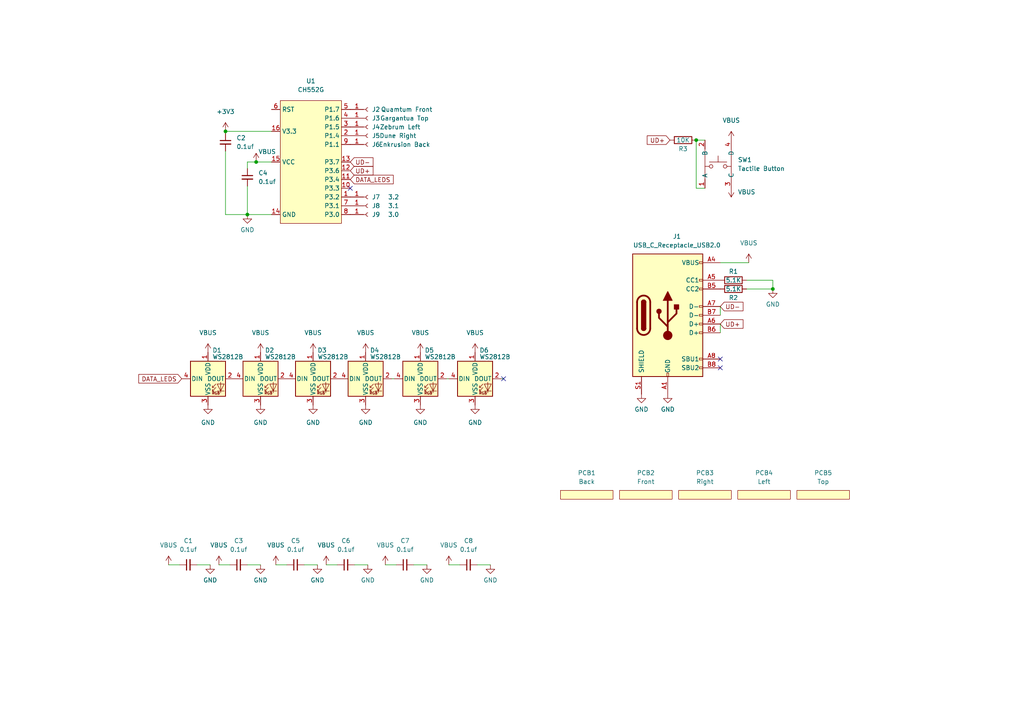
<source format=kicad_sch>
(kicad_sch (version 20210621) (generator eeschema)
  (paper "A4")
  (title_block (title "CubeTouch Schematic") (rev "2.0.0") (company "Noteolvides"))
  (lib_symbols
    (symbol "CH552G:CH552G"
      (property "Reference" "U1" (at 0 23.495 0))
      (property "Value" "CH552G" (at 0 20.955 0))
      (symbol "CH552G_0_0"
        (pin unspecified line (at 11.43 -10.16 180) (length 2.54) (name "P3.2") (number "1"))
        (pin unspecified line (at 11.43 -7.62 180) (length 2.54) (name "P3.3") (number "10"))
        (pin unspecified line (at 11.43 -5.08 180) (length 2.54) (name "P3.4") (number "11"))
        (pin unspecified line (at 11.43 -2.54 180) (length 2.54) (name "P3.6") (number "12"))
        (pin unspecified line (at 11.43 0 180) (length 2.54) (name "P3.7") (number "13"))
        (pin unspecified line (at -11.43 -15.24 0) (length 2.54) (name "GND") (number "14"))
        (pin unspecified line (at -11.43 0 0) (length 2.54) (name "VCC") (number "15"))
        (pin unspecified line (at -11.43 8.89 0) (length 2.54) (name "V3.3") (number "16"))
        (pin unspecified line (at 11.43 7.62 180) (length 2.54) (name "P1.4") (number "2"))
        (pin unspecified line (at 11.43 10.16 180) (length 2.54) (name "P1.5") (number "3"))
        (pin unspecified line (at 11.43 12.7 180) (length 2.54) (name "P1.6") (number "4"))
        (pin unspecified line (at 11.43 15.24 180) (length 2.54) (name "P1.7") (number "5"))
        (pin unspecified line (at -11.43 15.24 0) (length 2.54) (name "RST") (number "6"))
        (pin unspecified line (at 11.43 -12.7 180) (length 2.54) (name "P3.1") (number "7"))
        (pin unspecified line (at 11.43 -15.24 180) (length 2.54) (name "P3.0") (number "8"))
        (pin unspecified line (at 11.43 5.08 180) (length 2.54) (name "P1.1") (number "9"))
      )
      (symbol "CH552G_0_1"
        (rectangle (start -8.89 17.78) (end 8.89 -17.78) (stroke (width 0.1524)) (fill (type background)))
      )
    )
    (symbol "CH552G:Tactile Button"
      (property "Reference" "SW?" (at -0.635 3.81 0))
      (property "Value" "Tactile Button" (at -0.635 1.27 0))
      (symbol "Tactile Button_0_1"
        (circle (center 0 -7.112) (radius 0.508))
        (circle (center 0 -3.048) (radius 0.508))
        (polyline (pts (xy -5.08 -1.27) (xy 3.81 -1.27)) (stroke (width 0.1524)))
        (polyline (pts (xy -1.27 -5.08) (xy -3.048 -5.08)))
        (polyline (pts (xy -1.27 -2.54) (xy -1.27 -7.62)))
        (polyline (pts (xy 0 -7.62) (xy 0 -8.89)) (stroke (width 0.1524)))
        (polyline (pts (xy 0 -2.54) (xy 0 -1.27)) (stroke (width 0.1524)))
        (polyline (pts (xy 3.81 -8.89) (xy -5.08 -8.89)) (stroke (width 0.1524)))
        (pin passive line (at 6.35 -8.89 180) (length 2.54) (name "A") (number "1"))
        (pin passive line (at -7.62 -8.89 0) (length 2.54) (name "B") (number "2"))
        (pin passive line (at 6.35 -1.27 180) (length 2.54) (name "C") (number "3"))
        (pin passive line (at -7.62 -1.27 0) (length 2.54) (name "D") (number "4"))
      )
    )
    (symbol "Componets:Back"
      (property "Reference" "PCB" (at 0 2.54 0))
      (property "Value" "Back" (at 0 5.08 0))
      (symbol "Back_0_1"
        (rectangle (start -7.62 1.27) (end 7.62 -1.27) (stroke (width 0.1524)) (fill (type background)))
      )
    )
    (symbol "Componets:Front"
      (property "Reference" "PCB" (at 0 2.54 0))
      (property "Value" "Front" (at 0 5.08 0))
      (symbol "Front_0_1"
        (rectangle (start -7.62 1.27) (end 7.62 -1.27) (stroke (width 0.1524)) (fill (type background)))
      )
    )
    (symbol "Componets:Left"
      (property "Reference" "PCB" (at 0 2.54 0))
      (property "Value" "Left" (at 0 5.08 0))
      (symbol "Left_0_1"
        (rectangle (start -7.62 1.27) (end 7.62 -1.27) (stroke (width 0.1524)) (fill (type background)))
      )
    )
    (symbol "Componets:Right"
      (property "Reference" "PCB" (at 0 2.54 0))
      (property "Value" "Right" (at 0 5.08 0))
      (symbol "Right_0_1"
        (rectangle (start -7.62 1.27) (end 7.62 -1.27) (stroke (width 0.1524)) (fill (type background)))
      )
    )
    (symbol "Componets:Top"
      (property "Reference" "PCB" (at 0 2.54 0))
      (property "Value" "Top" (at 0 5.08 0))
      (symbol "Top_0_1"
        (rectangle (start -7.62 1.27) (end 7.62 -1.27) (stroke (width 0.1524)) (fill (type background)))
      )
    )
    (symbol "Connector:Conn_01x01_Female" (pin_names (offset 1.016) hide)
      (property "Reference" "J" (at 0 2.54 0))
      (property "Value" "Conn_01x01_Female" (at 0 -2.54 0))
      (symbol "Conn_01x01_Female_1_1"
        (arc (start 0 0.508) (end 0 -0.508) (radius (at 0 0) (length 0.508) (angles 90.1 -90.1)) (stroke (width 0.1524)))
        (polyline (pts (xy -1.27 0) (xy -0.508 0)) (stroke (width 0.1524)))
        (pin passive line (at -5.08 0 0) (length 3.81) (name "Pin_1") (number "1"))
      )
    )
    (symbol "Connector:USB_C_Receptacle_USB2.0" (pin_names (offset 1.016))
      (property "Reference" "J" (at -10.16 19.05 0))
      (property "Value" "USB_C_Receptacle_USB2.0" (at 19.05 19.05 0))
      (symbol "USB_C_Receptacle_USB2.0_0_0"
        (rectangle (start -0.254 -17.78) (end 0.254 -16.764))
        (rectangle (start 10.16 -14.986) (end 9.144 -15.494))
        (rectangle (start 10.16 -12.446) (end 9.144 -12.954))
        (rectangle (start 10.16 -4.826) (end 9.144 -5.334))
        (rectangle (start 10.16 -2.286) (end 9.144 -2.794))
        (rectangle (start 10.16 0.254) (end 9.144 -0.254))
        (rectangle (start 10.16 2.794) (end 9.144 2.286))
        (rectangle (start 10.16 7.874) (end 9.144 7.366))
        (rectangle (start 10.16 10.414) (end 9.144 9.906))
        (rectangle (start 10.16 15.494) (end 9.144 14.986))
      )
      (symbol "USB_C_Receptacle_USB2.0_0_1"
        (arc (start -8.89 -3.81) (end -5.08 -3.81) (radius (at -6.985 -3.81) (length 1.905) (angles -179.9 -0.1)) (stroke (width 0.508)))
        (arc (start -7.62 -3.81) (end -6.35 -3.81) (radius (at -6.985 -3.81) (length 0.635) (angles -179.9 -0.1)) (stroke (width 0.254)))
        (arc (start -6.35 3.81) (end -7.62 3.81) (radius (at -6.985 3.81) (length 0.635) (angles 0.1 179.9)) (stroke (width 0.254)))
        (arc (start -5.08 3.81) (end -8.89 3.81) (radius (at -6.985 3.81) (length 1.905) (angles 0.1 179.9)) (stroke (width 0.508)))
        (arc (start -7.62 -3.81) (end -6.35 -3.81) (radius (at -6.985 -3.81) (length 0.635) (angles -179.9 -0.1)) (stroke (width 0.254)) (fill (type outline)))
        (arc (start -6.35 3.81) (end -7.62 3.81) (radius (at -6.985 3.81) (length 0.635) (angles 0.1 179.9)) (stroke (width 0.254)) (fill (type outline)))
        (circle (center -2.54 1.143) (radius 0.635) (stroke (width 0.254)) (fill (type outline)))
        (circle (center 0 -5.842) (radius 1.27) (fill (type outline)))
        (rectangle (start -7.62 -3.81) (end -6.35 3.81) (stroke (width 0.254)) (fill (type outline)))
        (rectangle (start 1.905 1.778) (end 3.175 3.048) (stroke (width 0.254)) (fill (type outline)))
        (rectangle (start -10.16 17.78) (end 10.16 -17.78) (stroke (width 0.254)) (fill (type background)))
        (polyline (pts (xy -8.89 -3.81) (xy -8.89 3.81)) (stroke (width 0.508)))
        (polyline (pts (xy -5.08 3.81) (xy -5.08 -3.81)) (stroke (width 0.508)))
        (polyline (pts (xy 0 -5.842) (xy 0 4.318)) (stroke (width 0.508)))
        (polyline (pts (xy 0 -3.302) (xy -2.54 -0.762) (xy -2.54 0.508)) (stroke (width 0.508)))
        (polyline (pts (xy 0 -2.032) (xy 2.54 0.508) (xy 2.54 1.778)) (stroke (width 0.508)))
        (polyline (pts (xy -1.27 4.318) (xy 0 6.858) (xy 1.27 4.318) (xy -1.27 4.318)) (stroke (width 0.254)) (fill (type outline)))
      )
      (symbol "USB_C_Receptacle_USB2.0_1_1"
        (pin passive line (at 0 -22.86 90) (length 5.08) (name "GND") (number "A1"))
        (pin passive line (at 0 -22.86 90) (length 5.08) hide (name "GND") (number "A12"))
        (pin passive line (at 15.24 15.24 180) (length 5.08) (name "VBUS") (number "A4"))
        (pin bidirectional line (at 15.24 10.16 180) (length 5.08) (name "CC1") (number "A5"))
        (pin bidirectional line (at 15.24 -2.54 180) (length 5.08) (name "D+") (number "A6"))
        (pin bidirectional line (at 15.24 2.54 180) (length 5.08) (name "D-") (number "A7"))
        (pin bidirectional line (at 15.24 -12.7 180) (length 5.08) (name "SBU1") (number "A8"))
        (pin passive line (at 15.24 15.24 180) (length 5.08) hide (name "VBUS") (number "A9"))
        (pin passive line (at 0 -22.86 90) (length 5.08) hide (name "GND") (number "B1"))
        (pin passive line (at 0 -22.86 90) (length 5.08) hide (name "GND") (number "B12"))
        (pin passive line (at 15.24 15.24 180) (length 5.08) hide (name "VBUS") (number "B4"))
        (pin bidirectional line (at 15.24 7.62 180) (length 5.08) (name "CC2") (number "B5"))
        (pin bidirectional line (at 15.24 -5.08 180) (length 5.08) (name "D+") (number "B6"))
        (pin bidirectional line (at 15.24 0 180) (length 5.08) (name "D-") (number "B7"))
        (pin bidirectional line (at 15.24 -15.24 180) (length 5.08) (name "SBU2") (number "B8"))
        (pin passive line (at 15.24 15.24 180) (length 5.08) hide (name "VBUS") (number "B9"))
        (pin passive line (at -7.62 -22.86 90) (length 5.08) (name "SHIELD") (number "S1"))
      )
    )
    (symbol "Device:C_Small" (pin_numbers hide) (pin_names (offset 0.254) hide)
      (property "Reference" "C" (at 0.254 1.778 0))
      (property "Value" "C_Small" (at 0.254 -2.032 0))
      (symbol "C_Small_0_1"
        (polyline (pts (xy -1.524 -0.508) (xy 1.524 -0.508)) (stroke (width 0.3302)))
        (polyline (pts (xy -1.524 0.508) (xy 1.524 0.508)) (stroke (width 0.3048)))
      )
      (symbol "C_Small_1_1"
        (pin passive line (at 0 2.54 270) (length 2.032) (name "~") (number "1"))
        (pin passive line (at 0 -2.54 90) (length 2.032) (name "~") (number "2"))
      )
    )
    (symbol "Device:R" (pin_numbers hide) (pin_names (offset 0))
      (property "Reference" "R" (at 2.032 0 90))
      (property "Value" "R" (at 0 0 90))
      (symbol "R_0_1"
        (rectangle (start -1.016 -2.54) (end 1.016 2.54) (stroke (width 0.254)))
      )
      (symbol "R_1_1"
        (pin passive line (at 0 3.81 270) (length 1.27) (name "~") (number "1"))
        (pin passive line (at 0 -3.81 90) (length 1.27) (name "~") (number "2"))
      )
    )
    (symbol "LED:WS2812B" (pin_names (offset 0.254))
      (property "Reference" "D" (at 5.08 5.715 0))
      (property "Value" "WS2812B" (at 1.27 -5.715 0))
      (symbol "WS2812B_0_0"
        (text "RGB" (at 2.286 -4.191 0) (effects (font (size 0.762 0.762))))
      )
      (symbol "WS2812B_0_1"
        (rectangle (start 5.08 5.08) (end -5.08 -5.08) (stroke (width 0.254)) (fill (type background)))
        (polyline (pts (xy 1.27 -3.556) (xy 1.778 -3.556)))
        (polyline (pts (xy 1.27 -2.54) (xy 1.778 -2.54)))
        (polyline (pts (xy 4.699 -3.556) (xy 2.667 -3.556)))
        (polyline (pts (xy 2.286 -2.54) (xy 1.27 -3.556) (xy 1.27 -3.048)))
        (polyline (pts (xy 2.286 -1.524) (xy 1.27 -2.54) (xy 1.27 -2.032)))
        (polyline (pts (xy 3.683 -1.016) (xy 3.683 -3.556) (xy 3.683 -4.064)))
        (polyline (pts (xy 4.699 -1.524) (xy 2.667 -1.524) (xy 3.683 -3.556) (xy 4.699 -1.524)))
      )
      (symbol "WS2812B_1_1"
        (pin power_in line (at 0 7.62 270) (length 2.54) (name "VDD") (number "1"))
        (pin output line (at 7.62 0 180) (length 2.54) (name "DOUT") (number "2"))
        (pin power_in line (at 0 -7.62 90) (length 2.54) (name "VSS") (number "3"))
        (pin input line (at -7.62 0 0) (length 2.54) (name "DIN") (number "4"))
      )
    )
    (symbol "power:+3V3" (power) (pin_names (offset 0))
      (property "Value" "+3V3" (at 0 3.556 0))
      (symbol "+3V3_0_1"
        (polyline (pts (xy -0.762 1.27) (xy 0 2.54)))
        (polyline (pts (xy 0 0) (xy 0 2.54)))
        (polyline (pts (xy 0 2.54) (xy 0.762 1.27)))
      )
      (symbol "+3V3_1_1"
        (pin power_in line (at 0 0 90) (length 0) hide (name "+3V3") (number "1"))
      )
    )
    (symbol "power:GND" (power) (pin_names (offset 0))
      (property "Value" "GND" (at 0 -3.81 0))
      (symbol "GND_0_1"
        (polyline (pts (xy 0 0) (xy 0 -1.27) (xy 1.27 -1.27) (xy 0 -2.54) (xy -1.27 -1.27) (xy 0 -1.27)))
      )
      (symbol "GND_1_1"
        (pin power_in line (at 0 0 270) (length 0) hide (name "GND") (number "1"))
      )
    )
    (symbol "power:VBUS" (power) (pin_names (offset 0))
      (property "Value" "VBUS" (at 0 3.81 0))
      (symbol "VBUS_0_1"
        (polyline (pts (xy -0.762 1.27) (xy 0 2.54)))
        (polyline (pts (xy 0 0) (xy 0 2.54)))
        (polyline (pts (xy 0 2.54) (xy 0.762 1.27)))
      )
      (symbol "VBUS_1_1"
        (pin power_in line (at 0 0 90) (length 0) hide (name "VBUS") (number "1"))
      )
    )
  )
  (junction (at 65.405 38.1) (diameter 0.9144))
  (junction (at 71.755 62.23) (diameter 0.9144))
  (junction (at 74.295 46.99) (diameter 0.9144))
  (junction (at 201.93 40.64) (diameter 0.9144))
  (junction (at 224.155 83.82) (diameter 0.9144))
  (no_connect (at 101.6 54.61))
  (no_connect (at 146.05 109.855))
  (no_connect (at 208.915 104.14))
  (no_connect (at 208.915 106.68))
  (wire (pts (xy 48.895 163.83) (xy 52.07 163.83)))
  (wire (pts (xy 60.96 163.83) (xy 57.15 163.83)))
  (wire (pts (xy 63.5 163.83) (xy 66.675 163.83)))
  (wire (pts (xy 65.405 38.1) (xy 65.405 38.735)))
  (wire (pts (xy 65.405 43.815) (xy 65.405 62.23)))
  (wire (pts (xy 65.405 62.23) (xy 71.755 62.23)))
  (wire (pts (xy 71.755 46.99) (xy 71.755 48.895)))
  (wire (pts (xy 71.755 53.975) (xy 71.755 62.23)))
  (wire (pts (xy 71.755 62.23) (xy 78.74 62.23)))
  (wire (pts (xy 74.295 46.99) (xy 71.755 46.99)))
  (wire (pts (xy 74.295 46.99) (xy 78.74 46.99)))
  (wire (pts (xy 75.565 163.83) (xy 71.755 163.83)))
  (wire (pts (xy 78.74 38.1) (xy 65.405 38.1)))
  (wire (pts (xy 80.01 163.83) (xy 83.185 163.83)))
  (wire (pts (xy 92.075 163.83) (xy 88.265 163.83)))
  (wire (pts (xy 94.615 163.83) (xy 97.79 163.83)))
  (wire (pts (xy 106.68 163.83) (xy 102.87 163.83)))
  (wire (pts (xy 111.76 163.83) (xy 114.935 163.83)))
  (wire (pts (xy 114.3 109.855) (xy 113.665 109.855)))
  (wire (pts (xy 123.825 163.83) (xy 120.015 163.83)))
  (wire (pts (xy 130.175 109.855) (xy 129.54 109.855)))
  (wire (pts (xy 130.175 163.83) (xy 133.35 163.83)))
  (wire (pts (xy 142.24 163.83) (xy 138.43 163.83)))
  (wire (pts (xy 146.05 109.855) (xy 145.415 109.855)))
  (wire (pts (xy 201.93 40.64) (xy 201.93 54.61)))
  (wire (pts (xy 201.93 40.64) (xy 204.47 40.64)))
  (wire (pts (xy 201.93 54.61) (xy 204.47 54.61)))
  (wire (pts (xy 208.915 88.9) (xy 208.915 91.44)))
  (wire (pts (xy 208.915 93.98) (xy 208.915 96.52)))
  (wire (pts (xy 216.535 81.28) (xy 224.155 81.28)))
  (wire (pts (xy 216.535 83.82) (xy 224.155 83.82)))
  (wire (pts (xy 217.17 76.2) (xy 208.915 76.2)))
  (wire (pts (xy 224.155 81.28) (xy 224.155 83.82)))
  (global_label "DATA_LEDS" (shape input) (at 52.705 109.855 180) (property "Intersheet References" "${INTERSHEET_REFS}" (effects hide)))
  (global_label "UD-" (shape input) (at 101.6 46.99 0) (property "Intersheet References" "${INTERSHEET_REFS}" (effects hide)))
  (global_label "UD+" (shape input) (at 101.6 49.53 0) (property "Intersheet References" "${INTERSHEET_REFS}" (effects hide)))
  (global_label "DATA_LEDS" (shape input) (at 101.6 52.07 0) (property "Intersheet References" "${INTERSHEET_REFS}" (effects hide)))
  (global_label "UD+" (shape input) (at 194.31 40.64 180) (property "Intersheet References" "${INTERSHEET_REFS}" (effects hide)))
  (global_label "UD-" (shape input) (at 208.915 88.9 0) (property "Intersheet References" "${INTERSHEET_REFS}" (effects hide)))
  (global_label "UD+" (shape input) (at 208.915 93.98 0) (property "Intersheet References" "${INTERSHEET_REFS}" (effects hide)))
  (symbol (lib_id "power:VBUS") (at 48.895 163.83 0) (unit 1)
    (property "Reference" "#PWR0117" (effects hide))
    (property "Value" "VBUS" (at 48.895 158.115 0))
  )
  (symbol (lib_id "power:VBUS") (at 60.325 102.235 0) (unit 1)
    (property "Reference" "#PWR0122" (effects hide))
    (property "Value" "VBUS" (at 60.325 96.52 0))
  )
  (symbol (lib_id "power:VBUS") (at 63.5 163.83 0) (unit 1)
    (property "Reference" "#PWR0116" (effects hide))
    (property "Value" "VBUS" (at 63.5 158.115 0))
  )
  (symbol (lib_id "power:+3V3") (at 65.405 38.1 0) (unit 1)
    (property "Reference" "#PWR0109" (effects hide))
    (property "Value" "+3V3" (at 65.405 32.385 0))
  )
  (symbol (lib_id "power:VBUS") (at 74.295 46.99 0) (unit 1)
    (property "Reference" "#PWR0107" (effects hide))
    (property "Value" "VBUS" (at 74.93 44.0054 0) (effects (justify left)))
  )
  (symbol (lib_id "power:VBUS") (at 75.565 102.235 0) (unit 1)
    (property "Reference" "#PWR0119" (effects hide))
    (property "Value" "VBUS" (at 75.565 96.52 0))
  )
  (symbol (lib_id "power:VBUS") (at 80.01 163.83 0) (unit 1)
    (property "Reference" "#PWR0110" (effects hide))
    (property "Value" "VBUS" (at 80.01 158.115 0))
  )
  (symbol (lib_id "power:VBUS") (at 90.805 102.235 0) (unit 1)
    (property "Reference" "#PWR0120" (effects hide))
    (property "Value" "VBUS" (at 90.805 96.52 0))
  )
  (symbol (lib_id "power:VBUS") (at 94.615 163.83 0) (unit 1)
    (property "Reference" "#PWR0127" (effects hide))
    (property "Value" "VBUS" (at 94.615 158.115 0))
  )
  (symbol (lib_id "power:VBUS") (at 106.045 102.235 0) (unit 1)
    (property "Reference" "#PWR0121" (effects hide))
    (property "Value" "VBUS" (at 106.045 96.52 0))
  )
  (symbol (lib_id "power:VBUS") (at 111.76 163.83 0) (unit 1)
    (property "Reference" "#PWR0124" (effects hide))
    (property "Value" "VBUS" (at 111.76 158.115 0))
  )
  (symbol (lib_id "power:VBUS") (at 121.92 102.235 0) (unit 1)
    (property "Reference" "#PWR0129" (effects hide))
    (property "Value" "VBUS" (at 121.92 96.52 0))
  )
  (symbol (lib_id "power:VBUS") (at 130.175 163.83 0) (unit 1)
    (property "Reference" "#PWR0132" (effects hide))
    (property "Value" "VBUS" (at 130.175 158.115 0))
  )
  (symbol (lib_id "power:VBUS") (at 137.795 102.235 0) (unit 1)
    (property "Reference" "#PWR0131" (effects hide))
    (property "Value" "VBUS" (at 137.795 96.52 0))
  )
  (symbol (lib_id "power:VBUS") (at 212.09 40.64 0) (unit 1)
    (property "Reference" "#PWR0105" (effects hide))
    (property "Value" "VBUS" (at 212.09 34.925 0))
  )
  (symbol (lib_id "power:VBUS") (at 212.09 54.61 180) (unit 1)
    (property "Reference" "#PWR0106" (effects hide))
    (property "Value" "VBUS" (at 213.995 55.6894 0) (effects (justify right)))
  )
  (symbol (lib_id "power:VBUS") (at 217.17 76.2 0) (unit 1)
    (property "Reference" "#PWR0104" (effects hide))
    (property "Value" "VBUS" (at 217.17 70.485 0))
  )
  (symbol (lib_id "Connector:Conn_01x01_Female") (at 106.68 31.75 0) (unit 1)
    (property "Reference" "J2" (at 109.0676 31.75 0))
    (property "Value" "Quamtum Front" (at 117.9576 31.75 0))
    (property "Footprint" "Components:Castelated" (effects hide))
  )
  (symbol (lib_id "Connector:Conn_01x01_Female") (at 106.68 34.29 0) (unit 1)
    (property "Reference" "J3" (at 109.0676 34.29 0))
    (property "Value" "Gargantua Top" (at 117.3226 34.29 0))
    (property "Footprint" "Components:Castelated" (effects hide))
  )
  (symbol (lib_id "Connector:Conn_01x01_Female") (at 106.68 36.83 0) (unit 1)
    (property "Reference" "J4" (at 109.0676 36.83 0))
    (property "Value" "Zebrum Left" (at 116.0526 36.83 0))
    (property "Footprint" "Components:Castelated" (effects hide))
  )
  (symbol (lib_id "Connector:Conn_01x01_Female") (at 106.68 39.37 0) (unit 1)
    (property "Reference" "J5" (at 109.0676 39.37 0))
    (property "Value" "Dune Right" (at 115.4176 39.37 0))
    (property "Footprint" "Components:Castelated" (effects hide))
  )
  (symbol (lib_id "Connector:Conn_01x01_Female") (at 106.68 41.91 0) (unit 1)
    (property "Reference" "J6" (at 109.0676 41.91 0))
    (property "Value" "Enkrusion Back" (at 117.3226 41.91 0))
    (property "Footprint" "Components:Castelated" (effects hide))
  )
  (symbol (lib_id "Connector:Conn_01x01_Female") (at 106.68 57.15 0) (unit 1)
    (property "Reference" "J7" (at 109.0676 57.15 0))
    (property "Value" "3.2" (at 114.1476 57.15 0))
    (property "Footprint" "Components:Castelated" (effects hide))
  )
  (symbol (lib_id "Connector:Conn_01x01_Female") (at 106.68 59.69 0) (unit 1)
    (property "Reference" "J8" (at 109.0676 59.69 0))
    (property "Value" "3.1" (at 114.1476 59.69 0))
    (property "Footprint" "Components:Castelated" (effects hide))
  )
  (symbol (lib_id "Connector:Conn_01x01_Female") (at 106.68 62.23 0) (unit 1)
    (property "Reference" "J9" (at 109.0676 62.23 0))
    (property "Value" "3.0" (at 114.1476 62.23 0))
    (property "Footprint" "Components:Castelated" (effects hide))
  )
  (symbol (lib_id "power:GND") (at 60.325 117.475 0) (unit 1)
    (property "Reference" "#PWR0113" (effects hide))
    (property "Value" "GND" (at 60.325 122.555 0))
  )
  (symbol (lib_id "power:GND") (at 60.96 163.83 0) (unit 1)
    (property "Reference" "#PWR0115" (effects hide))
    (property "Value" "GND" (at 60.96 168.275 0))
  )
  (symbol (lib_id "power:GND") (at 71.755 62.23 0) (unit 1)
    (property "Reference" "#PWR0108" (effects hide))
    (property "Value" "GND" (at 71.755 66.675 0))
  )
  (symbol (lib_id "power:GND") (at 75.565 117.475 0) (unit 1)
    (property "Reference" "#PWR0114" (effects hide))
    (property "Value" "GND" (at 75.565 122.555 0))
  )
  (symbol (lib_id "power:GND") (at 75.565 163.83 0) (unit 1)
    (property "Reference" "#PWR0111" (effects hide))
    (property "Value" "GND" (at 75.565 168.275 0))
  )
  (symbol (lib_id "power:GND") (at 90.805 117.475 0) (unit 1)
    (property "Reference" "#PWR0123" (effects hide))
    (property "Value" "GND" (at 90.805 122.555 0))
  )
  (symbol (lib_id "power:GND") (at 92.075 163.83 0) (unit 1)
    (property "Reference" "#PWR0126" (effects hide))
    (property "Value" "GND" (at 92.075 168.275 0))
  )
  (symbol (lib_id "power:GND") (at 106.045 117.475 0) (unit 1)
    (property "Reference" "#PWR0112" (effects hide))
    (property "Value" "GND" (at 106.045 122.555 0))
  )
  (symbol (lib_id "power:GND") (at 106.68 163.83 0) (unit 1)
    (property "Reference" "#PWR0125" (effects hide))
    (property "Value" "GND" (at 106.68 168.275 0))
  )
  (symbol (lib_id "power:GND") (at 121.92 117.475 0) (unit 1)
    (property "Reference" "#PWR0128" (effects hide))
    (property "Value" "GND" (at 121.92 122.555 0))
  )
  (symbol (lib_id "power:GND") (at 123.825 163.83 0) (unit 1)
    (property "Reference" "#PWR0118" (effects hide))
    (property "Value" "GND" (at 123.825 168.275 0))
  )
  (symbol (lib_id "power:GND") (at 137.795 117.475 0) (unit 1)
    (property "Reference" "#PWR0130" (effects hide))
    (property "Value" "GND" (at 137.795 122.555 0))
  )
  (symbol (lib_id "power:GND") (at 142.24 163.83 0) (unit 1)
    (property "Reference" "#PWR0133" (effects hide))
    (property "Value" "GND" (at 142.24 168.275 0))
  )
  (symbol (lib_id "power:GND") (at 186.055 114.3 0) (unit 1)
    (property "Reference" "#PWR0102" (effects hide))
    (property "Value" "GND" (at 186.055 118.745 0))
  )
  (symbol (lib_id "power:GND") (at 193.675 114.3 0) (unit 1)
    (property "Reference" "#PWR0103" (effects hide))
    (property "Value" "GND" (at 193.675 118.745 0))
  )
  (symbol (lib_id "power:GND") (at 224.155 83.82 0) (unit 1)
    (property "Reference" "#PWR0101" (effects hide))
    (property "Value" "GND" (at 224.155 88.265 0))
  )
  (symbol (lib_id "Device:R") (at 198.12 40.64 90) (unit 1)
    (property "Reference" "R3" (at 198.12 43.18 90))
    (property "Value" "10K" (at 198.12 40.64 90))
    (property "Footprint" "Resistor_SMD:R_0603_1608Metric" (effects hide))
    (property "LCSC" "C25197" (effects hide))
  )
  (symbol (lib_id "Device:R") (at 212.725 81.28 90) (unit 1)
    (property "Reference" "R1" (at 212.725 78.74 90))
    (property "Value" "5.1K" (at 212.725 81.28 90))
    (property "Footprint" "Resistor_SMD:R_0603_1608Metric" (effects hide))
    (property "LCSC" "C25905" (effects hide))
  )
  (symbol (lib_id "Device:R") (at 212.725 83.82 90) (unit 1)
    (property "Reference" "R2" (at 212.725 86.36 90))
    (property "Value" "5.1K" (at 212.725 83.82 90))
    (property "Footprint" "Resistor_SMD:R_0603_1608Metric" (effects hide))
    (property "LCSC" "C25905" (effects hide))
  )
  (symbol (lib_id "Device:C_Small") (at 54.61 163.83 90) (unit 1)
    (property "Reference" "C1" (at 54.61 156.845 90))
    (property "Value" "0.1uf" (at 54.61 159.385 90))
    (property "Footprint" "Capacitor_SMD:C_0603_1608Metric" (effects hide))
    (property "LCSC" "C14663" (effects hide))
  )
  (symbol (lib_id "Device:C_Small") (at 65.405 41.275 0) (unit 1)
    (property "Reference" "C2" (at 68.58 40.0049 0) (effects (justify left)))
    (property "Value" "0.1uf" (at 68.58 42.5449 0) (effects (justify left)))
    (property "Footprint" "Capacitor_SMD:C_0603_1608Metric" (effects hide))
    (property "LCSC" "C14663" (effects hide))
  )
  (symbol (lib_id "Device:C_Small") (at 69.215 163.83 90) (unit 1)
    (property "Reference" "C3" (at 69.215 156.845 90))
    (property "Value" "0.1uf" (at 69.215 159.385 90))
    (property "Footprint" "Capacitor_SMD:C_0603_1608Metric" (effects hide))
    (property "LCSC" "C14663" (effects hide))
  )
  (symbol (lib_id "Device:C_Small") (at 71.755 51.435 0) (unit 1)
    (property "Reference" "C4" (at 74.93 50.1649 0) (effects (justify left)))
    (property "Value" "0.1uf" (at 74.93 52.7049 0) (effects (justify left)))
    (property "Footprint" "Capacitor_SMD:C_0603_1608Metric" (effects hide))
    (property "LCSC" "C14663" (effects hide))
  )
  (symbol (lib_id "Device:C_Small") (at 85.725 163.83 90) (unit 1)
    (property "Reference" "C5" (at 85.725 156.845 90))
    (property "Value" "0.1uf" (at 85.725 159.385 90))
    (property "Footprint" "Capacitor_SMD:C_0603_1608Metric" (effects hide))
    (property "LCSC" "C14663" (effects hide))
  )
  (symbol (lib_id "Device:C_Small") (at 100.33 163.83 90) (unit 1)
    (property "Reference" "C6" (at 100.33 156.845 90))
    (property "Value" "0.1uf" (at 100.33 159.385 90))
    (property "Footprint" "Capacitor_SMD:C_0603_1608Metric" (effects hide))
    (property "LCSC" "C14663" (effects hide))
  )
  (symbol (lib_id "Device:C_Small") (at 117.475 163.83 90) (unit 1)
    (property "Reference" "C7" (at 117.475 156.845 90))
    (property "Value" "0.1uf" (at 117.475 159.385 90))
    (property "Footprint" "Capacitor_SMD:C_0603_1608Metric" (effects hide))
    (property "LCSC" "C14663" (effects hide))
  )
  (symbol (lib_id "Device:C_Small") (at 135.89 163.83 90) (unit 1)
    (property "Reference" "C8" (at 135.89 156.845 90))
    (property "Value" "0.1uf" (at 135.89 159.385 90))
    (property "Footprint" "Capacitor_SMD:C_0603_1608Metric" (effects hide))
    (property "LCSC" "C14663" (effects hide))
  )
  (symbol (lib_id "Componets:Back") (at 170.18 143.51 0) (unit 1)
    (property "Reference" "PCB1" (at 170.18 137.16 0))
    (property "Value" "Back" (at 170.18 139.7 0))
    (property "Footprint" "Components:Back" (effects hide))
  )
  (symbol (lib_id "Componets:Front") (at 187.325 143.51 0) (unit 1)
    (property "Reference" "PCB2" (at 187.325 137.16 0))
    (property "Value" "Front" (at 187.325 139.7 0))
    (property "Footprint" "Components:Front" (effects hide))
  )
  (symbol (lib_id "Componets:Right") (at 204.47 143.51 0) (unit 1)
    (property "Reference" "PCB3" (at 204.47 137.16 0))
    (property "Value" "Right" (at 204.47 139.7 0))
    (property "Footprint" "Components:Right" (effects hide))
  )
  (symbol (lib_id "Componets:Left") (at 221.615 143.51 0) (unit 1)
    (property "Reference" "PCB4" (at 221.615 137.16 0))
    (property "Value" "Left" (at 221.615 139.7 0))
    (property "Footprint" "Components:Left" (effects hide))
  )
  (symbol (lib_id "Componets:Top") (at 238.76 143.51 0) (unit 1)
    (property "Reference" "PCB5" (at 238.76 137.16 0))
    (property "Value" "Top" (at 238.76 139.7 0))
    (property "Footprint" "Components:Top" (effects hide))
  )
  (symbol (lib_id "CH552G:Tactile Button") (at 213.36 48.26 270) (unit 1)
    (property "Reference" "SW1" (at 213.995 46.3549 90) (effects (justify left)))
    (property "Value" "Tactile Button" (at 213.995 48.8949 90) (effects (justify left)))
    (property "Footprint" "Components:SW-SMD_4P-L5.1-W5.1-P3.70-LS6.5-TL-2" (effects hide))
    (property "LCSC" "C318884" (effects hide))
  )
  (symbol (lib_id "LED:WS2812B") (at 60.325 109.855 0) (unit 1)
    (property "Reference" "D1" (at 61.595 101.5999 0) (effects (justify left)))
    (property "Value" "WS2812B" (at 61.595 103.5049 0) (effects (justify left)))
    (property "Footprint" "LED_SMD:LED_WS2812B_PLCC4_5.0x5.0mm_P3.2mm" (effects hide))
    (property "Datasheet" "https://cdn-shop.adafruit.com/datasheets/WS2812B.pdf" (effects hide))
    (property "LCSC" "C139127" (effects hide))
  )
  (symbol (lib_id "LED:WS2812B") (at 75.565 109.855 0) (unit 1)
    (property "Reference" "D2" (at 76.835 101.5999 0) (effects (justify left)))
    (property "Value" "WS2812B" (at 76.835 103.5049 0) (effects (justify left)))
    (property "Footprint" "LED_SMD:LED_WS2812B_PLCC4_5.0x5.0mm_P3.2mm" (effects hide))
    (property "Datasheet" "https://cdn-shop.adafruit.com/datasheets/WS2812B.pdf" (effects hide))
    (property "LCSC" "C139127" (effects hide))
  )
  (symbol (lib_id "LED:WS2812B") (at 90.805 109.855 0) (unit 1)
    (property "Reference" "D3" (at 92.075 101.5999 0) (effects (justify left)))
    (property "Value" "WS2812B" (at 92.075 103.5049 0) (effects (justify left)))
    (property "Footprint" "LED_SMD:LED_WS2812B_PLCC4_5.0x5.0mm_P3.2mm" (effects hide))
    (property "Datasheet" "https://cdn-shop.adafruit.com/datasheets/WS2812B.pdf" (effects hide))
    (property "LCSC" "C139127" (effects hide))
  )
  (symbol (lib_id "LED:WS2812B") (at 106.045 109.855 0) (unit 1)
    (property "Reference" "D4" (at 107.315 101.5999 0) (effects (justify left)))
    (property "Value" "WS2812B" (at 107.315 103.5049 0) (effects (justify left)))
    (property "Footprint" "LED_SMD:LED_WS2812B_PLCC4_5.0x5.0mm_P3.2mm" (effects hide))
    (property "Datasheet" "https://cdn-shop.adafruit.com/datasheets/WS2812B.pdf" (effects hide))
    (property "LCSC" "C139127" (effects hide))
  )
  (symbol (lib_id "LED:WS2812B") (at 121.92 109.855 0) (unit 1)
    (property "Reference" "D5" (at 123.19 101.5999 0) (effects (justify left)))
    (property "Value" "WS2812B" (at 123.19 103.5049 0) (effects (justify left)))
    (property "Footprint" "LED_SMD:LED_WS2812B_PLCC4_5.0x5.0mm_P3.2mm" (effects hide))
    (property "Datasheet" "https://cdn-shop.adafruit.com/datasheets/WS2812B.pdf" (effects hide))
    (property "LCSC" "C139127" (effects hide))
  )
  (symbol (lib_id "LED:WS2812B") (at 137.795 109.855 0) (unit 1)
    (property "Reference" "D6" (at 139.065 101.5999 0) (effects (justify left)))
    (property "Value" "WS2812B" (at 139.065 103.5049 0) (effects (justify left)))
    (property "Footprint" "LED_SMD:LED_WS2812B_PLCC4_5.0x5.0mm_P3.2mm" (effects hide))
    (property "Datasheet" "https://cdn-shop.adafruit.com/datasheets/WS2812B.pdf" (effects hide))
    (property "LCSC" "C139127" (effects hide))
  )
  (symbol (lib_id "CH552G:CH552G") (at 90.17 46.99 0) (unit 1)
    (property "Reference" "U1" (at 90.17 23.495 0))
    (property "Value" "CH552G" (at 90.17 26.035 0))
    (property "Footprint" "Package_SO:SO-16_3.9x9.9mm_P1.27mm" (effects hide))
  )
  (symbol (lib_id "Connector:USB_C_Receptacle_USB2.0") (at 193.675 91.44 0) (unit 1)
    (property "Reference" "J1" (at 196.342 68.58 0))
    (property "Value" "USB_C_Receptacle_USB2.0" (at 196.342 71.12 0))
    (property "Footprint" "Components:USB-C-SMD_KH-TYPE-C-16P" (effects hide))
    (property "Datasheet" "https://www.usb.org/sites/default/files/documents/usb_type-c.zip" (effects hide))
    (property "LCSC" "C709357" (effects hide))
  )
)
</source>
